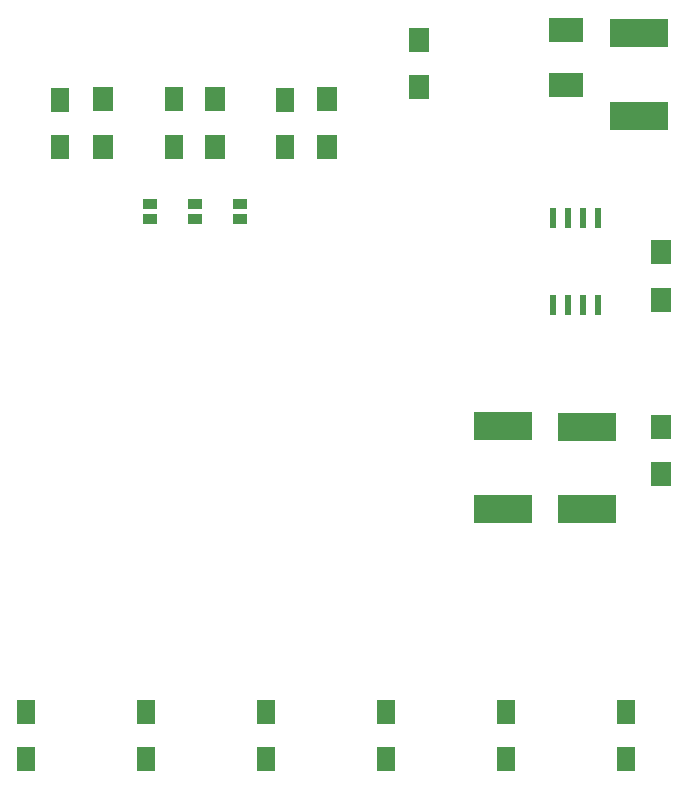
<source format=gbr>
G04 #@! TF.FileFunction,Paste,Top*
%FSLAX46Y46*%
G04 Gerber Fmt 4.6, Leading zero omitted, Abs format (unit mm)*
G04 Created by KiCad (PCBNEW 4.0.2+dfsg1-stable) date mié 25 sep 2019 12:11:59 CEST*
%MOMM*%
G01*
G04 APERTURE LIST*
%ADD10C,0.100000*%
%ADD11R,1.600000X2.000000*%
%ADD12R,5.000000X2.400000*%
%ADD13R,3.000000X2.000000*%
%ADD14R,1.270000X0.970000*%
%ADD15R,0.550000X1.750000*%
%ADD16R,1.700000X2.000000*%
G04 APERTURE END LIST*
D10*
D11*
X82750000Y-95536000D03*
X82750000Y-91536000D03*
D12*
X117750000Y-119250000D03*
X117750000Y-126250000D03*
D11*
X70231000Y-143415000D03*
X70231000Y-147415000D03*
X121031000Y-143415000D03*
X121031000Y-147415000D03*
D12*
X122174000Y-92908000D03*
X122174000Y-85908000D03*
X110621000Y-119202000D03*
X110621000Y-126202000D03*
D11*
X80391000Y-143415000D03*
X80391000Y-147415000D03*
X90551000Y-143415000D03*
X90551000Y-147415000D03*
X100711000Y-143415000D03*
X100711000Y-147415000D03*
X110871000Y-143415000D03*
X110871000Y-147415000D03*
D13*
X115951000Y-90336000D03*
X115951000Y-85686000D03*
D14*
X88356000Y-101649000D03*
X88356000Y-100369000D03*
X84546000Y-101649000D03*
X84546000Y-100369000D03*
X80736000Y-101649000D03*
X80736000Y-100369000D03*
D15*
X114845000Y-108950000D03*
X116115000Y-108950000D03*
X117385000Y-108950000D03*
X118655000Y-108950000D03*
X118655000Y-101550000D03*
X117385000Y-101550000D03*
X116115000Y-101550000D03*
X114845000Y-101550000D03*
D16*
X124000000Y-104500000D03*
X124000000Y-108500000D03*
X124000000Y-119250000D03*
X124000000Y-123250000D03*
X103500000Y-90500000D03*
X103500000Y-86500000D03*
X95750000Y-91536000D03*
X95750000Y-95536000D03*
X86250000Y-91536000D03*
X86250000Y-95536000D03*
X76750000Y-91536000D03*
X76750000Y-95536000D03*
D11*
X73152000Y-95599000D03*
X73152000Y-91599000D03*
X92202000Y-95599000D03*
X92202000Y-91599000D03*
M02*

</source>
